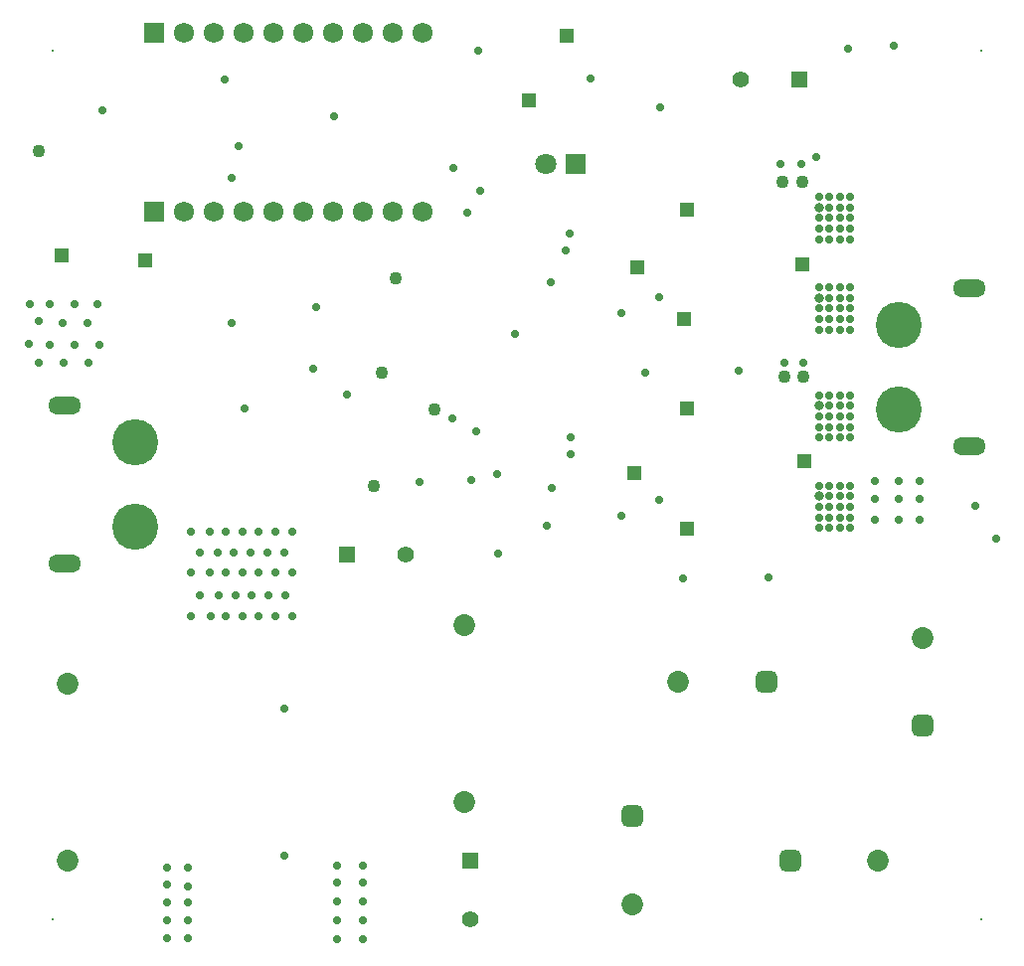
<source format=gbs>
G04*
G04 #@! TF.GenerationSoftware,Altium Limited,Altium Designer,21.6.4 (81)*
G04*
G04 Layer_Color=16711935*
%FSLAX44Y44*%
%MOMM*%
G71*
G04*
G04 #@! TF.SameCoordinates,6345E517-F44B-4F0B-96C8-749CB5923BEE*
G04*
G04*
G04 #@! TF.FilePolarity,Negative*
G04*
G01*
G75*
%ADD75C,1.8532*%
G04:AMPARAMS|DCode=76|XSize=1.8532mm|YSize=1.8532mm|CornerRadius=0.5141mm|HoleSize=0mm|Usage=FLASHONLY|Rotation=0.000|XOffset=0mm|YOffset=0mm|HoleType=Round|Shape=RoundedRectangle|*
%AMROUNDEDRECTD76*
21,1,1.8532,0.8250,0,0,0.0*
21,1,0.8250,1.8532,0,0,0.0*
1,1,1.0282,0.4125,-0.4125*
1,1,1.0282,-0.4125,-0.4125*
1,1,1.0282,-0.4125,0.4125*
1,1,1.0282,0.4125,0.4125*
%
%ADD76ROUNDEDRECTD76*%
%ADD77C,0.2000*%
%ADD78C,3.9192*%
%ADD79O,2.8032X1.5032*%
%ADD80R,1.4032X1.4032*%
%ADD81C,1.4032*%
%ADD82C,1.7232*%
%ADD83R,1.7232X1.7232*%
%ADD84C,1.8032*%
%ADD85R,1.8032X1.8032*%
G04:AMPARAMS|DCode=86|XSize=1.8532mm|YSize=1.8532mm|CornerRadius=0.5141mm|HoleSize=0mm|Usage=FLASHONLY|Rotation=90.000|XOffset=0mm|YOffset=0mm|HoleType=Round|Shape=RoundedRectangle|*
%AMROUNDEDRECTD86*
21,1,1.8532,0.8250,0,0,90.0*
21,1,0.8250,1.8532,0,0,90.0*
1,1,1.0282,0.4125,0.4125*
1,1,1.0282,0.4125,-0.4125*
1,1,1.0282,-0.4125,-0.4125*
1,1,1.0282,-0.4125,0.4125*
%
%ADD86ROUNDEDRECTD86*%
%ADD87R,1.4032X1.4032*%
%ADD88C,0.7016*%
%ADD89C,1.1016*%
%ADD90C,0.7000*%
%ADD91C,0.8032*%
%ADD125R,1.2032X1.2032*%
%ADD126R,1.2032X1.2032*%
D75*
X42500Y230000D02*
D03*
Y80000D02*
D03*
X562500Y232000D02*
D03*
X523000Y42500D02*
D03*
X732500Y80000D02*
D03*
X770000Y269500D02*
D03*
X380000Y280000D02*
D03*
Y130000D02*
D03*
D76*
X637500Y232000D02*
D03*
X657500Y80000D02*
D03*
D77*
X820000Y770000D02*
D03*
X30000Y30000D02*
D03*
Y770000D02*
D03*
X820000Y30000D02*
D03*
D78*
X100000Y436000D02*
D03*
Y364000D02*
D03*
X750000Y464000D02*
D03*
Y536000D02*
D03*
D79*
X40000Y467500D02*
D03*
Y332500D02*
D03*
X810000Y432500D02*
D03*
Y567500D02*
D03*
D80*
X280000Y340000D02*
D03*
X665707Y745000D02*
D03*
D81*
X330000Y340000D02*
D03*
X615708Y745000D02*
D03*
X385000Y30000D02*
D03*
D82*
X268100Y632600D02*
D03*
X166500D02*
D03*
X141100D02*
D03*
X191900D02*
D03*
X217300D02*
D03*
X242700D02*
D03*
X293500D02*
D03*
X318900D02*
D03*
X344300D02*
D03*
X268100Y785000D02*
D03*
X166500D02*
D03*
X141100D02*
D03*
X191900D02*
D03*
X217300D02*
D03*
X242700D02*
D03*
X293500D02*
D03*
X318900D02*
D03*
X344300D02*
D03*
D83*
X115700Y632600D02*
D03*
Y785000D02*
D03*
D84*
X449800Y673508D02*
D03*
D85*
X475200D02*
D03*
D86*
X523000Y117500D02*
D03*
X770000Y194500D02*
D03*
D87*
X385000Y80000D02*
D03*
D88*
X639000Y321000D02*
D03*
X566000Y320000D02*
D03*
X614000Y497000D02*
D03*
X534000Y495000D02*
D03*
X746000Y774000D02*
D03*
X833000Y354000D02*
D03*
X227000Y84000D02*
D03*
Y209000D02*
D03*
X182000Y538000D02*
D03*
X423000Y528000D02*
D03*
X547000Y721000D02*
D03*
X269000Y714000D02*
D03*
X72000Y719000D02*
D03*
X370000Y456000D02*
D03*
X680000Y679000D02*
D03*
X193000Y465000D02*
D03*
X176000Y745000D02*
D03*
X815000Y382000D02*
D03*
X254000Y551000D02*
D03*
X667000Y673000D02*
D03*
X649000D02*
D03*
X669000Y504000D02*
D03*
X653000D02*
D03*
X768000Y370000D02*
D03*
X750000D02*
D03*
X730000D02*
D03*
X768000Y388000D02*
D03*
X750000D02*
D03*
X730000D02*
D03*
X768000Y403000D02*
D03*
X750000D02*
D03*
X730000D02*
D03*
X294000Y13000D02*
D03*
X272000D02*
D03*
X294000Y29000D02*
D03*
X272000D02*
D03*
X294000Y45000D02*
D03*
X272000D02*
D03*
X294000Y61000D02*
D03*
X272000D02*
D03*
X294000Y75000D02*
D03*
X272000D02*
D03*
X409000Y341000D02*
D03*
X145000Y14000D02*
D03*
X127000D02*
D03*
X145000Y29000D02*
D03*
X127000D02*
D03*
X145000Y44000D02*
D03*
X127000D02*
D03*
X145000Y58000D02*
D03*
X127000Y59000D02*
D03*
X145000Y74000D02*
D03*
X127000D02*
D03*
X342000Y402000D02*
D03*
X280000Y477000D02*
D03*
X707000Y771000D02*
D03*
X514000Y546000D02*
D03*
Y373000D02*
D03*
X471000Y426000D02*
D03*
X466600Y599400D02*
D03*
X488000Y746000D02*
D03*
X391750Y769500D02*
D03*
X188000Y688000D02*
D03*
X182000Y661000D02*
D03*
X390250Y445000D02*
D03*
X450000Y365000D02*
D03*
X60000Y504000D02*
D03*
X39000D02*
D03*
X18000D02*
D03*
X69000Y519000D02*
D03*
X48000D02*
D03*
X27000D02*
D03*
X9000Y520000D02*
D03*
X59000Y538000D02*
D03*
X38000D02*
D03*
X18000Y539000D02*
D03*
X68000Y554000D02*
D03*
X48000D02*
D03*
X27000D02*
D03*
X10000D02*
D03*
X108000Y591000D02*
D03*
X251500Y498500D02*
D03*
X163000Y325000D02*
D03*
X171000Y306000D02*
D03*
X155000D02*
D03*
Y342000D02*
D03*
X147000Y360000D02*
D03*
Y325000D02*
D03*
Y288000D02*
D03*
X234000D02*
D03*
X219000D02*
D03*
X205000D02*
D03*
X191000D02*
D03*
X177000D02*
D03*
X164000D02*
D03*
X228000Y306000D02*
D03*
X213000D02*
D03*
X199000D02*
D03*
X185000D02*
D03*
X234000Y325000D02*
D03*
X219000D02*
D03*
X205000D02*
D03*
X191000D02*
D03*
X177000D02*
D03*
X227000Y342000D02*
D03*
X212565D02*
D03*
X198000D02*
D03*
X184000D02*
D03*
X170000D02*
D03*
X234000Y360000D02*
D03*
X219000D02*
D03*
X205000D02*
D03*
X191000D02*
D03*
X177000D02*
D03*
X163000D02*
D03*
X408000Y409000D02*
D03*
X471000Y440000D02*
D03*
X455000Y397000D02*
D03*
X470000Y614000D02*
D03*
X454000Y572000D02*
D03*
X383000Y631660D02*
D03*
X394000Y650000D02*
D03*
X371000Y670000D02*
D03*
X386000Y404000D02*
D03*
X36904Y595166D02*
D03*
X467500Y782500D02*
D03*
X435000Y727500D02*
D03*
X567000Y541000D02*
D03*
X546000Y560000D02*
D03*
X527500Y585000D02*
D03*
X570000Y634000D02*
D03*
X525000Y410000D02*
D03*
X570000Y362500D02*
D03*
Y465000D02*
D03*
X546000Y387000D02*
D03*
X682000Y627000D02*
D03*
Y609000D02*
D03*
X691000D02*
D03*
X700000D02*
D03*
X709000D02*
D03*
Y618000D02*
D03*
X700000D02*
D03*
X691000D02*
D03*
Y627000D02*
D03*
X700000D02*
D03*
X709000D02*
D03*
Y636000D02*
D03*
X700000D02*
D03*
X691000D02*
D03*
Y645000D02*
D03*
X700000D02*
D03*
X709000D02*
D03*
X682000Y618000D02*
D03*
Y550000D02*
D03*
Y532000D02*
D03*
X691000D02*
D03*
X700000D02*
D03*
X709000D02*
D03*
Y541000D02*
D03*
X700000D02*
D03*
X691000D02*
D03*
Y550000D02*
D03*
X700000D02*
D03*
X709000D02*
D03*
Y559000D02*
D03*
X700000D02*
D03*
X691000D02*
D03*
Y568000D02*
D03*
X700000D02*
D03*
X709000D02*
D03*
X682000Y541000D02*
D03*
Y458000D02*
D03*
Y440000D02*
D03*
X691000D02*
D03*
X700000D02*
D03*
X709000D02*
D03*
Y449000D02*
D03*
X700000D02*
D03*
X691000D02*
D03*
Y458000D02*
D03*
X700000D02*
D03*
X709000D02*
D03*
Y467000D02*
D03*
X700000D02*
D03*
X691000D02*
D03*
Y476000D02*
D03*
X700000D02*
D03*
X709000D02*
D03*
X682000Y449000D02*
D03*
Y381000D02*
D03*
Y363000D02*
D03*
X691000D02*
D03*
X700000D02*
D03*
X709000D02*
D03*
Y372000D02*
D03*
X700000D02*
D03*
X691000D02*
D03*
Y381000D02*
D03*
X700000D02*
D03*
X709000D02*
D03*
Y390000D02*
D03*
X700000D02*
D03*
X691000D02*
D03*
Y399000D02*
D03*
X700000D02*
D03*
X709000D02*
D03*
X682000Y372000D02*
D03*
D89*
X355000Y464000D02*
D03*
X668000Y658000D02*
D03*
X651000D02*
D03*
X669000Y492000D02*
D03*
X653000D02*
D03*
X310000Y495000D02*
D03*
X322000Y576000D02*
D03*
X303000Y399000D02*
D03*
X18000Y684000D02*
D03*
D90*
X682000Y645000D02*
D03*
Y568000D02*
D03*
Y476000D02*
D03*
Y399000D02*
D03*
D91*
Y636000D02*
D03*
Y559000D02*
D03*
Y467000D02*
D03*
Y390000D02*
D03*
D125*
X668000Y588000D02*
D03*
X670000Y420000D02*
D03*
X108000Y591000D02*
D03*
X570000Y465000D02*
D03*
X435000Y727500D02*
D03*
X570000Y634000D02*
D03*
X567000Y541000D02*
D03*
X527500Y585000D02*
D03*
X570000Y362500D02*
D03*
X525000Y410000D02*
D03*
D126*
X36904Y595166D02*
D03*
X467500Y782500D02*
D03*
M02*

</source>
